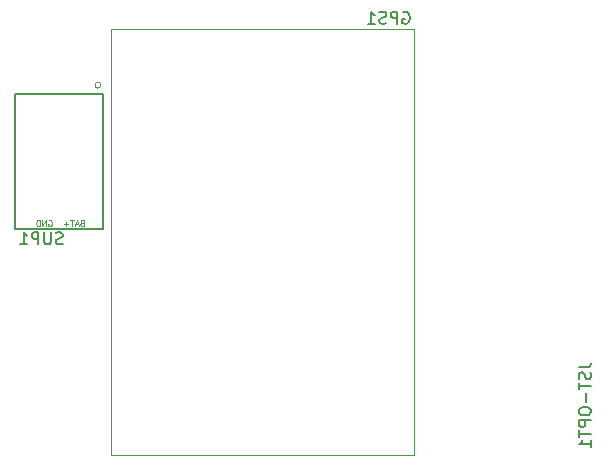
<source format=gbo>
G04 #@! TF.GenerationSoftware,KiCad,Pcbnew,(5.1.2)-2*
G04 #@! TF.CreationDate,2019-09-30T00:10:55+10:00*
G04 #@! TF.ProjectId,Smart_eNERF_Gun,536d6172-745f-4654-9e45-52465f47756e,6.2*
G04 #@! TF.SameCoordinates,Original*
G04 #@! TF.FileFunction,Legend,Bot*
G04 #@! TF.FilePolarity,Positive*
%FSLAX46Y46*%
G04 Gerber Fmt 4.6, Leading zero omitted, Abs format (unit mm)*
G04 Created by KiCad (PCBNEW (5.1.2)-2) date 2019-09-30 00:10:55*
%MOMM*%
%LPD*%
G04 APERTURE LIST*
%ADD10C,0.080000*%
%ADD11C,0.120000*%
%ADD12C,0.100000*%
%ADD13C,0.127000*%
%ADD14C,0.150000*%
G04 APERTURE END LIST*
D10*
X55903571Y-89464285D02*
X55832142Y-89488095D01*
X55808333Y-89511904D01*
X55784523Y-89559523D01*
X55784523Y-89630952D01*
X55808333Y-89678571D01*
X55832142Y-89702380D01*
X55879761Y-89726190D01*
X56070238Y-89726190D01*
X56070238Y-89226190D01*
X55903571Y-89226190D01*
X55855952Y-89250000D01*
X55832142Y-89273809D01*
X55808333Y-89321428D01*
X55808333Y-89369047D01*
X55832142Y-89416666D01*
X55855952Y-89440476D01*
X55903571Y-89464285D01*
X56070238Y-89464285D01*
X55594047Y-89583333D02*
X55355952Y-89583333D01*
X55641666Y-89726190D02*
X55475000Y-89226190D01*
X55308333Y-89726190D01*
X55213095Y-89226190D02*
X54927380Y-89226190D01*
X55070238Y-89726190D02*
X55070238Y-89226190D01*
X54760714Y-89535714D02*
X54379761Y-89535714D01*
X54570238Y-89726190D02*
X54570238Y-89345238D01*
X53105952Y-89250000D02*
X53153571Y-89226190D01*
X53225000Y-89226190D01*
X53296428Y-89250000D01*
X53344047Y-89297619D01*
X53367857Y-89345238D01*
X53391666Y-89440476D01*
X53391666Y-89511904D01*
X53367857Y-89607142D01*
X53344047Y-89654761D01*
X53296428Y-89702380D01*
X53225000Y-89726190D01*
X53177380Y-89726190D01*
X53105952Y-89702380D01*
X53082142Y-89678571D01*
X53082142Y-89511904D01*
X53177380Y-89511904D01*
X52867857Y-89726190D02*
X52867857Y-89226190D01*
X52582142Y-89726190D01*
X52582142Y-89226190D01*
X52344047Y-89726190D02*
X52344047Y-89226190D01*
X52225000Y-89226190D01*
X52153571Y-89250000D01*
X52105952Y-89297619D01*
X52082142Y-89345238D01*
X52058333Y-89440476D01*
X52058333Y-89511904D01*
X52082142Y-89607142D01*
X52105952Y-89654761D01*
X52153571Y-89702380D01*
X52225000Y-89726190D01*
X52344047Y-89726190D01*
D11*
X58423000Y-109120000D02*
X84077000Y-109120000D01*
X84077000Y-73052000D02*
X58423000Y-73052000D01*
X58423000Y-109120000D02*
X58423000Y-73052000D01*
X84077000Y-73052000D02*
X84077000Y-109120000D01*
D12*
X57531000Y-77794000D02*
G75*
G03X57531000Y-77794000I-254000J0D01*
G01*
D13*
X57675000Y-90000000D02*
X57675000Y-78500000D01*
X50275000Y-90000000D02*
X57675000Y-90000000D01*
X50275000Y-78500000D02*
X50275000Y-90000000D01*
X57675000Y-78500000D02*
X50275000Y-78500000D01*
D14*
X83105476Y-71636000D02*
X83200714Y-71588380D01*
X83343571Y-71588380D01*
X83486428Y-71636000D01*
X83581666Y-71731238D01*
X83629285Y-71826476D01*
X83676904Y-72016952D01*
X83676904Y-72159809D01*
X83629285Y-72350285D01*
X83581666Y-72445523D01*
X83486428Y-72540761D01*
X83343571Y-72588380D01*
X83248333Y-72588380D01*
X83105476Y-72540761D01*
X83057857Y-72493142D01*
X83057857Y-72159809D01*
X83248333Y-72159809D01*
X82629285Y-72588380D02*
X82629285Y-71588380D01*
X82248333Y-71588380D01*
X82153095Y-71636000D01*
X82105476Y-71683619D01*
X82057857Y-71778857D01*
X82057857Y-71921714D01*
X82105476Y-72016952D01*
X82153095Y-72064571D01*
X82248333Y-72112190D01*
X82629285Y-72112190D01*
X81676904Y-72540761D02*
X81534047Y-72588380D01*
X81295952Y-72588380D01*
X81200714Y-72540761D01*
X81153095Y-72493142D01*
X81105476Y-72397904D01*
X81105476Y-72302666D01*
X81153095Y-72207428D01*
X81200714Y-72159809D01*
X81295952Y-72112190D01*
X81486428Y-72064571D01*
X81581666Y-72016952D01*
X81629285Y-71969333D01*
X81676904Y-71874095D01*
X81676904Y-71778857D01*
X81629285Y-71683619D01*
X81581666Y-71636000D01*
X81486428Y-71588380D01*
X81248333Y-71588380D01*
X81105476Y-71636000D01*
X80153095Y-72588380D02*
X80724523Y-72588380D01*
X80438809Y-72588380D02*
X80438809Y-71588380D01*
X80534047Y-71731238D01*
X80629285Y-71826476D01*
X80724523Y-71874095D01*
X98004380Y-101687714D02*
X98718666Y-101687714D01*
X98861523Y-101640095D01*
X98956761Y-101544857D01*
X99004380Y-101402000D01*
X99004380Y-101306761D01*
X98956761Y-102116285D02*
X99004380Y-102259142D01*
X99004380Y-102497238D01*
X98956761Y-102592476D01*
X98909142Y-102640095D01*
X98813904Y-102687714D01*
X98718666Y-102687714D01*
X98623428Y-102640095D01*
X98575809Y-102592476D01*
X98528190Y-102497238D01*
X98480571Y-102306761D01*
X98432952Y-102211523D01*
X98385333Y-102163904D01*
X98290095Y-102116285D01*
X98194857Y-102116285D01*
X98099619Y-102163904D01*
X98052000Y-102211523D01*
X98004380Y-102306761D01*
X98004380Y-102544857D01*
X98052000Y-102687714D01*
X98004380Y-102973428D02*
X98004380Y-103544857D01*
X99004380Y-103259142D02*
X98004380Y-103259142D01*
X98623428Y-103878190D02*
X98623428Y-104640095D01*
X98004380Y-105306761D02*
X98004380Y-105497238D01*
X98052000Y-105592476D01*
X98147238Y-105687714D01*
X98337714Y-105735333D01*
X98671047Y-105735333D01*
X98861523Y-105687714D01*
X98956761Y-105592476D01*
X99004380Y-105497238D01*
X99004380Y-105306761D01*
X98956761Y-105211523D01*
X98861523Y-105116285D01*
X98671047Y-105068666D01*
X98337714Y-105068666D01*
X98147238Y-105116285D01*
X98052000Y-105211523D01*
X98004380Y-105306761D01*
X99004380Y-106163904D02*
X98004380Y-106163904D01*
X98004380Y-106544857D01*
X98052000Y-106640095D01*
X98099619Y-106687714D01*
X98194857Y-106735333D01*
X98337714Y-106735333D01*
X98432952Y-106687714D01*
X98480571Y-106640095D01*
X98528190Y-106544857D01*
X98528190Y-106163904D01*
X98004380Y-107021047D02*
X98004380Y-107592476D01*
X99004380Y-107306761D02*
X98004380Y-107306761D01*
X99004380Y-108449619D02*
X99004380Y-107878190D01*
X99004380Y-108163904D02*
X98004380Y-108163904D01*
X98147238Y-108068666D01*
X98242476Y-107973428D01*
X98290095Y-107878190D01*
X54285714Y-91204761D02*
X54142857Y-91252380D01*
X53904761Y-91252380D01*
X53809523Y-91204761D01*
X53761904Y-91157142D01*
X53714285Y-91061904D01*
X53714285Y-90966666D01*
X53761904Y-90871428D01*
X53809523Y-90823809D01*
X53904761Y-90776190D01*
X54095238Y-90728571D01*
X54190476Y-90680952D01*
X54238095Y-90633333D01*
X54285714Y-90538095D01*
X54285714Y-90442857D01*
X54238095Y-90347619D01*
X54190476Y-90300000D01*
X54095238Y-90252380D01*
X53857142Y-90252380D01*
X53714285Y-90300000D01*
X53285714Y-90252380D02*
X53285714Y-91061904D01*
X53238095Y-91157142D01*
X53190476Y-91204761D01*
X53095238Y-91252380D01*
X52904761Y-91252380D01*
X52809523Y-91204761D01*
X52761904Y-91157142D01*
X52714285Y-91061904D01*
X52714285Y-90252380D01*
X52238095Y-91252380D02*
X52238095Y-90252380D01*
X51857142Y-90252380D01*
X51761904Y-90300000D01*
X51714285Y-90347619D01*
X51666666Y-90442857D01*
X51666666Y-90585714D01*
X51714285Y-90680952D01*
X51761904Y-90728571D01*
X51857142Y-90776190D01*
X52238095Y-90776190D01*
X50714285Y-91252380D02*
X51285714Y-91252380D01*
X51000000Y-91252380D02*
X51000000Y-90252380D01*
X51095238Y-90395238D01*
X51190476Y-90490476D01*
X51285714Y-90538095D01*
M02*

</source>
